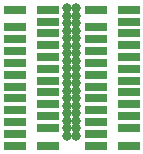
<source format=gbr>
G04 #@! TF.FileFunction,Soldermask,Bot*
%FSLAX46Y46*%
G04 Gerber Fmt 4.6, Leading zero omitted, Abs format (unit mm)*
G04 Created by KiCad (PCBNEW 4.0.7) date 07/03/18 10:48:42*
%MOMM*%
%LPD*%
G01*
G04 APERTURE LIST*
%ADD10C,0.100000*%
%ADD11R,1.900000X0.800000*%
%ADD12C,0.831800*%
G04 APERTURE END LIST*
D10*
D11*
X156349000Y-114132000D03*
X153549000Y-114132000D03*
X153549000Y-102632000D03*
X156349000Y-103632000D03*
X156349000Y-104632000D03*
X156349000Y-105632000D03*
X156349000Y-106632000D03*
X156349000Y-107632000D03*
X156349000Y-108632000D03*
X156349000Y-109632000D03*
X156349000Y-110632000D03*
X156349000Y-111632000D03*
X156349000Y-112632000D03*
X153549000Y-104132000D03*
X153549000Y-105132000D03*
X153549000Y-106132000D03*
X153549000Y-107132000D03*
X153549000Y-108132000D03*
X153549000Y-109132000D03*
X153549000Y-110132000D03*
X153549000Y-111132000D03*
X153549000Y-112132000D03*
X153549000Y-113132000D03*
X156349000Y-102632000D03*
X149491000Y-114132000D03*
X146691000Y-114132000D03*
X146691000Y-102632000D03*
X149491000Y-103632000D03*
X149491000Y-104632000D03*
X149491000Y-105632000D03*
X149491000Y-106632000D03*
X149491000Y-107632000D03*
X149491000Y-108632000D03*
X149491000Y-109632000D03*
X149491000Y-110632000D03*
X149491000Y-111632000D03*
X149491000Y-112632000D03*
X146691000Y-104132000D03*
X146691000Y-105132000D03*
X146691000Y-106132000D03*
X146691000Y-107132000D03*
X146691000Y-108132000D03*
X146691000Y-109132000D03*
X146691000Y-110132000D03*
X146691000Y-111132000D03*
X146691000Y-112132000D03*
X146691000Y-113132000D03*
X149491000Y-102632000D03*
D12*
X151892000Y-102489000D03*
X151130000Y-102489000D03*
X151892000Y-103124000D03*
X151130000Y-103124000D03*
X151892000Y-103759000D03*
X151130000Y-103759000D03*
X151892000Y-104394000D03*
X151130000Y-104394000D03*
X151892000Y-105029000D03*
X151130000Y-105029000D03*
X151892000Y-105664000D03*
X151130000Y-105664000D03*
X151892000Y-106299000D03*
X151130000Y-106299000D03*
X151892000Y-106934000D03*
X151130000Y-106934000D03*
X151892000Y-107569000D03*
X151130000Y-107569000D03*
X151892000Y-108204000D03*
X151130000Y-108204000D03*
X151892000Y-108839000D03*
X151130000Y-108839000D03*
X151892000Y-109474000D03*
X151130000Y-109474000D03*
X151892000Y-110109000D03*
X151130000Y-110109000D03*
X151892000Y-110744000D03*
X151130000Y-110744000D03*
X151892000Y-111379000D03*
X151130000Y-111379000D03*
X151892000Y-112014000D03*
X151130000Y-112014000D03*
X151892000Y-112649000D03*
X151130000Y-112649000D03*
X151892000Y-113284000D03*
X151130000Y-113284000D03*
M02*

</source>
